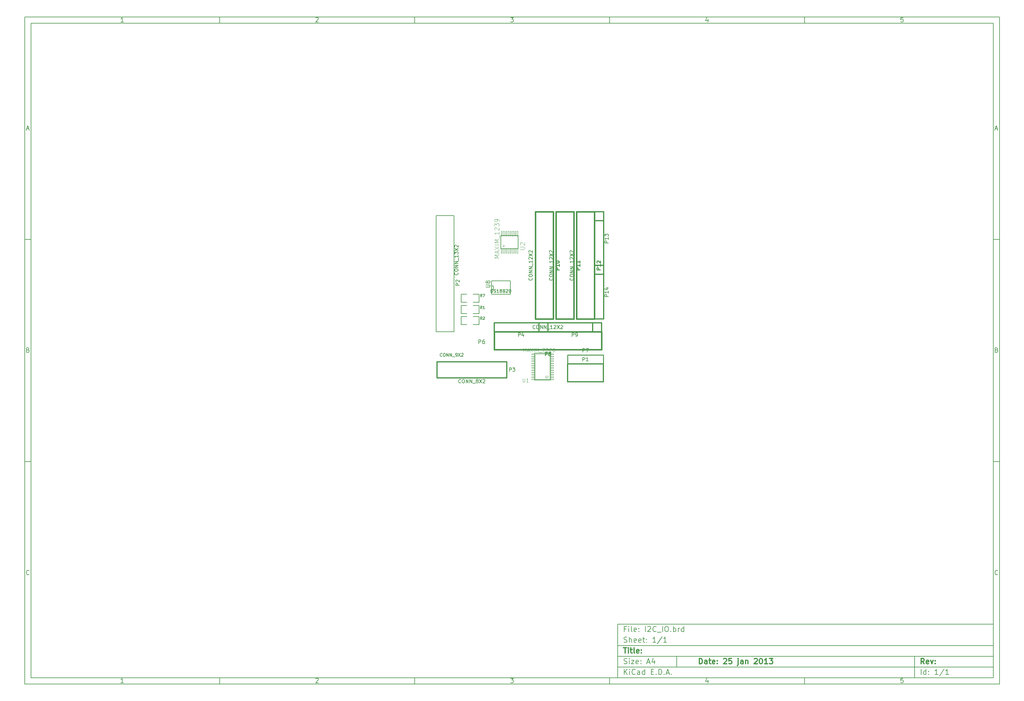
<source format=gto>
G04 (created by PCBNEW-RS274X (2012-apr-16-27)-stable) date Fri 25 Jan 2013 18:12:53 GMT*
G01*
G70*
G90*
%MOIN*%
G04 Gerber Fmt 3.4, Leading zero omitted, Abs format*
%FSLAX34Y34*%
G04 APERTURE LIST*
%ADD10C,0.006000*%
%ADD11C,0.012000*%
%ADD12C,0.005000*%
%ADD13C,0.008000*%
%ADD14C,0.010000*%
%ADD15C,0.015000*%
%ADD16C,0.002600*%
%ADD17C,0.000100*%
%ADD18C,0.002000*%
%ADD19C,0.003000*%
%ADD20C,0.003500*%
G04 APERTURE END LIST*
G54D10*
X04000Y-04000D02*
X113000Y-04000D01*
X113000Y-78670D01*
X04000Y-78670D01*
X04000Y-04000D01*
X04700Y-04700D02*
X112300Y-04700D01*
X112300Y-77970D01*
X04700Y-77970D01*
X04700Y-04700D01*
X25800Y-04000D02*
X25800Y-04700D01*
X15043Y-04552D02*
X14757Y-04552D01*
X14900Y-04552D02*
X14900Y-04052D01*
X14852Y-04124D01*
X14805Y-04171D01*
X14757Y-04195D01*
X25800Y-78670D02*
X25800Y-77970D01*
X15043Y-78522D02*
X14757Y-78522D01*
X14900Y-78522D02*
X14900Y-78022D01*
X14852Y-78094D01*
X14805Y-78141D01*
X14757Y-78165D01*
X47600Y-04000D02*
X47600Y-04700D01*
X36557Y-04100D02*
X36581Y-04076D01*
X36629Y-04052D01*
X36748Y-04052D01*
X36795Y-04076D01*
X36819Y-04100D01*
X36843Y-04148D01*
X36843Y-04195D01*
X36819Y-04267D01*
X36533Y-04552D01*
X36843Y-04552D01*
X47600Y-78670D02*
X47600Y-77970D01*
X36557Y-78070D02*
X36581Y-78046D01*
X36629Y-78022D01*
X36748Y-78022D01*
X36795Y-78046D01*
X36819Y-78070D01*
X36843Y-78118D01*
X36843Y-78165D01*
X36819Y-78237D01*
X36533Y-78522D01*
X36843Y-78522D01*
X69400Y-04000D02*
X69400Y-04700D01*
X58333Y-04052D02*
X58643Y-04052D01*
X58476Y-04243D01*
X58548Y-04243D01*
X58595Y-04267D01*
X58619Y-04290D01*
X58643Y-04338D01*
X58643Y-04457D01*
X58619Y-04505D01*
X58595Y-04529D01*
X58548Y-04552D01*
X58405Y-04552D01*
X58357Y-04529D01*
X58333Y-04505D01*
X69400Y-78670D02*
X69400Y-77970D01*
X58333Y-78022D02*
X58643Y-78022D01*
X58476Y-78213D01*
X58548Y-78213D01*
X58595Y-78237D01*
X58619Y-78260D01*
X58643Y-78308D01*
X58643Y-78427D01*
X58619Y-78475D01*
X58595Y-78499D01*
X58548Y-78522D01*
X58405Y-78522D01*
X58357Y-78499D01*
X58333Y-78475D01*
X91200Y-04000D02*
X91200Y-04700D01*
X80395Y-04219D02*
X80395Y-04552D01*
X80276Y-04029D02*
X80157Y-04386D01*
X80467Y-04386D01*
X91200Y-78670D02*
X91200Y-77970D01*
X80395Y-78189D02*
X80395Y-78522D01*
X80276Y-77999D02*
X80157Y-78356D01*
X80467Y-78356D01*
X102219Y-04052D02*
X101981Y-04052D01*
X101957Y-04290D01*
X101981Y-04267D01*
X102029Y-04243D01*
X102148Y-04243D01*
X102195Y-04267D01*
X102219Y-04290D01*
X102243Y-04338D01*
X102243Y-04457D01*
X102219Y-04505D01*
X102195Y-04529D01*
X102148Y-04552D01*
X102029Y-04552D01*
X101981Y-04529D01*
X101957Y-04505D01*
X102219Y-78022D02*
X101981Y-78022D01*
X101957Y-78260D01*
X101981Y-78237D01*
X102029Y-78213D01*
X102148Y-78213D01*
X102195Y-78237D01*
X102219Y-78260D01*
X102243Y-78308D01*
X102243Y-78427D01*
X102219Y-78475D01*
X102195Y-78499D01*
X102148Y-78522D01*
X102029Y-78522D01*
X101981Y-78499D01*
X101957Y-78475D01*
X04000Y-28890D02*
X04700Y-28890D01*
X04231Y-16510D02*
X04469Y-16510D01*
X04184Y-16652D02*
X04350Y-16152D01*
X04517Y-16652D01*
X113000Y-28890D02*
X112300Y-28890D01*
X112531Y-16510D02*
X112769Y-16510D01*
X112484Y-16652D02*
X112650Y-16152D01*
X112817Y-16652D01*
X04000Y-53780D02*
X04700Y-53780D01*
X04386Y-41280D02*
X04457Y-41304D01*
X04481Y-41328D01*
X04505Y-41376D01*
X04505Y-41447D01*
X04481Y-41495D01*
X04457Y-41519D01*
X04410Y-41542D01*
X04219Y-41542D01*
X04219Y-41042D01*
X04386Y-41042D01*
X04433Y-41066D01*
X04457Y-41090D01*
X04481Y-41138D01*
X04481Y-41185D01*
X04457Y-41233D01*
X04433Y-41257D01*
X04386Y-41280D01*
X04219Y-41280D01*
X113000Y-53780D02*
X112300Y-53780D01*
X112686Y-41280D02*
X112757Y-41304D01*
X112781Y-41328D01*
X112805Y-41376D01*
X112805Y-41447D01*
X112781Y-41495D01*
X112757Y-41519D01*
X112710Y-41542D01*
X112519Y-41542D01*
X112519Y-41042D01*
X112686Y-41042D01*
X112733Y-41066D01*
X112757Y-41090D01*
X112781Y-41138D01*
X112781Y-41185D01*
X112757Y-41233D01*
X112733Y-41257D01*
X112686Y-41280D01*
X112519Y-41280D01*
X04505Y-66385D02*
X04481Y-66409D01*
X04410Y-66432D01*
X04362Y-66432D01*
X04290Y-66409D01*
X04243Y-66361D01*
X04219Y-66313D01*
X04195Y-66218D01*
X04195Y-66147D01*
X04219Y-66051D01*
X04243Y-66004D01*
X04290Y-65956D01*
X04362Y-65932D01*
X04410Y-65932D01*
X04481Y-65956D01*
X04505Y-65980D01*
X112805Y-66385D02*
X112781Y-66409D01*
X112710Y-66432D01*
X112662Y-66432D01*
X112590Y-66409D01*
X112543Y-66361D01*
X112519Y-66313D01*
X112495Y-66218D01*
X112495Y-66147D01*
X112519Y-66051D01*
X112543Y-66004D01*
X112590Y-65956D01*
X112662Y-65932D01*
X112710Y-65932D01*
X112781Y-65956D01*
X112805Y-65980D01*
G54D11*
X79443Y-76413D02*
X79443Y-75813D01*
X79586Y-75813D01*
X79671Y-75841D01*
X79729Y-75899D01*
X79757Y-75956D01*
X79786Y-76070D01*
X79786Y-76156D01*
X79757Y-76270D01*
X79729Y-76327D01*
X79671Y-76384D01*
X79586Y-76413D01*
X79443Y-76413D01*
X80300Y-76413D02*
X80300Y-76099D01*
X80271Y-76041D01*
X80214Y-76013D01*
X80100Y-76013D01*
X80043Y-76041D01*
X80300Y-76384D02*
X80243Y-76413D01*
X80100Y-76413D01*
X80043Y-76384D01*
X80014Y-76327D01*
X80014Y-76270D01*
X80043Y-76213D01*
X80100Y-76184D01*
X80243Y-76184D01*
X80300Y-76156D01*
X80500Y-76013D02*
X80729Y-76013D01*
X80586Y-75813D02*
X80586Y-76327D01*
X80614Y-76384D01*
X80672Y-76413D01*
X80729Y-76413D01*
X81157Y-76384D02*
X81100Y-76413D01*
X80986Y-76413D01*
X80929Y-76384D01*
X80900Y-76327D01*
X80900Y-76099D01*
X80929Y-76041D01*
X80986Y-76013D01*
X81100Y-76013D01*
X81157Y-76041D01*
X81186Y-76099D01*
X81186Y-76156D01*
X80900Y-76213D01*
X81443Y-76356D02*
X81471Y-76384D01*
X81443Y-76413D01*
X81414Y-76384D01*
X81443Y-76356D01*
X81443Y-76413D01*
X81443Y-76041D02*
X81471Y-76070D01*
X81443Y-76099D01*
X81414Y-76070D01*
X81443Y-76041D01*
X81443Y-76099D01*
X82157Y-75870D02*
X82186Y-75841D01*
X82243Y-75813D01*
X82386Y-75813D01*
X82443Y-75841D01*
X82472Y-75870D01*
X82500Y-75927D01*
X82500Y-75984D01*
X82472Y-76070D01*
X82129Y-76413D01*
X82500Y-76413D01*
X83043Y-75813D02*
X82757Y-75813D01*
X82728Y-76099D01*
X82757Y-76070D01*
X82814Y-76041D01*
X82957Y-76041D01*
X83014Y-76070D01*
X83043Y-76099D01*
X83071Y-76156D01*
X83071Y-76299D01*
X83043Y-76356D01*
X83014Y-76384D01*
X82957Y-76413D01*
X82814Y-76413D01*
X82757Y-76384D01*
X82728Y-76356D01*
X83785Y-76013D02*
X83785Y-76527D01*
X83756Y-76584D01*
X83699Y-76613D01*
X83671Y-76613D01*
X83785Y-75813D02*
X83756Y-75841D01*
X83785Y-75870D01*
X83813Y-75841D01*
X83785Y-75813D01*
X83785Y-75870D01*
X84328Y-76413D02*
X84328Y-76099D01*
X84299Y-76041D01*
X84242Y-76013D01*
X84128Y-76013D01*
X84071Y-76041D01*
X84328Y-76384D02*
X84271Y-76413D01*
X84128Y-76413D01*
X84071Y-76384D01*
X84042Y-76327D01*
X84042Y-76270D01*
X84071Y-76213D01*
X84128Y-76184D01*
X84271Y-76184D01*
X84328Y-76156D01*
X84614Y-76013D02*
X84614Y-76413D01*
X84614Y-76070D02*
X84642Y-76041D01*
X84700Y-76013D01*
X84785Y-76013D01*
X84842Y-76041D01*
X84871Y-76099D01*
X84871Y-76413D01*
X85585Y-75870D02*
X85614Y-75841D01*
X85671Y-75813D01*
X85814Y-75813D01*
X85871Y-75841D01*
X85900Y-75870D01*
X85928Y-75927D01*
X85928Y-75984D01*
X85900Y-76070D01*
X85557Y-76413D01*
X85928Y-76413D01*
X86299Y-75813D02*
X86356Y-75813D01*
X86413Y-75841D01*
X86442Y-75870D01*
X86471Y-75927D01*
X86499Y-76041D01*
X86499Y-76184D01*
X86471Y-76299D01*
X86442Y-76356D01*
X86413Y-76384D01*
X86356Y-76413D01*
X86299Y-76413D01*
X86242Y-76384D01*
X86213Y-76356D01*
X86185Y-76299D01*
X86156Y-76184D01*
X86156Y-76041D01*
X86185Y-75927D01*
X86213Y-75870D01*
X86242Y-75841D01*
X86299Y-75813D01*
X87070Y-76413D02*
X86727Y-76413D01*
X86899Y-76413D02*
X86899Y-75813D01*
X86842Y-75899D01*
X86784Y-75956D01*
X86727Y-75984D01*
X87270Y-75813D02*
X87641Y-75813D01*
X87441Y-76041D01*
X87527Y-76041D01*
X87584Y-76070D01*
X87613Y-76099D01*
X87641Y-76156D01*
X87641Y-76299D01*
X87613Y-76356D01*
X87584Y-76384D01*
X87527Y-76413D01*
X87355Y-76413D01*
X87298Y-76384D01*
X87270Y-76356D01*
G54D10*
X71043Y-77613D02*
X71043Y-77013D01*
X71386Y-77613D02*
X71129Y-77270D01*
X71386Y-77013D02*
X71043Y-77356D01*
X71643Y-77613D02*
X71643Y-77213D01*
X71643Y-77013D02*
X71614Y-77041D01*
X71643Y-77070D01*
X71671Y-77041D01*
X71643Y-77013D01*
X71643Y-77070D01*
X72272Y-77556D02*
X72243Y-77584D01*
X72157Y-77613D01*
X72100Y-77613D01*
X72015Y-77584D01*
X71957Y-77527D01*
X71929Y-77470D01*
X71900Y-77356D01*
X71900Y-77270D01*
X71929Y-77156D01*
X71957Y-77099D01*
X72015Y-77041D01*
X72100Y-77013D01*
X72157Y-77013D01*
X72243Y-77041D01*
X72272Y-77070D01*
X72786Y-77613D02*
X72786Y-77299D01*
X72757Y-77241D01*
X72700Y-77213D01*
X72586Y-77213D01*
X72529Y-77241D01*
X72786Y-77584D02*
X72729Y-77613D01*
X72586Y-77613D01*
X72529Y-77584D01*
X72500Y-77527D01*
X72500Y-77470D01*
X72529Y-77413D01*
X72586Y-77384D01*
X72729Y-77384D01*
X72786Y-77356D01*
X73329Y-77613D02*
X73329Y-77013D01*
X73329Y-77584D02*
X73272Y-77613D01*
X73158Y-77613D01*
X73100Y-77584D01*
X73072Y-77556D01*
X73043Y-77499D01*
X73043Y-77327D01*
X73072Y-77270D01*
X73100Y-77241D01*
X73158Y-77213D01*
X73272Y-77213D01*
X73329Y-77241D01*
X74072Y-77299D02*
X74272Y-77299D01*
X74358Y-77613D02*
X74072Y-77613D01*
X74072Y-77013D01*
X74358Y-77013D01*
X74615Y-77556D02*
X74643Y-77584D01*
X74615Y-77613D01*
X74586Y-77584D01*
X74615Y-77556D01*
X74615Y-77613D01*
X74901Y-77613D02*
X74901Y-77013D01*
X75044Y-77013D01*
X75129Y-77041D01*
X75187Y-77099D01*
X75215Y-77156D01*
X75244Y-77270D01*
X75244Y-77356D01*
X75215Y-77470D01*
X75187Y-77527D01*
X75129Y-77584D01*
X75044Y-77613D01*
X74901Y-77613D01*
X75501Y-77556D02*
X75529Y-77584D01*
X75501Y-77613D01*
X75472Y-77584D01*
X75501Y-77556D01*
X75501Y-77613D01*
X75758Y-77441D02*
X76044Y-77441D01*
X75701Y-77613D02*
X75901Y-77013D01*
X76101Y-77613D01*
X76301Y-77556D02*
X76329Y-77584D01*
X76301Y-77613D01*
X76272Y-77584D01*
X76301Y-77556D01*
X76301Y-77613D01*
G54D11*
X104586Y-76413D02*
X104386Y-76127D01*
X104243Y-76413D02*
X104243Y-75813D01*
X104471Y-75813D01*
X104529Y-75841D01*
X104557Y-75870D01*
X104586Y-75927D01*
X104586Y-76013D01*
X104557Y-76070D01*
X104529Y-76099D01*
X104471Y-76127D01*
X104243Y-76127D01*
X105071Y-76384D02*
X105014Y-76413D01*
X104900Y-76413D01*
X104843Y-76384D01*
X104814Y-76327D01*
X104814Y-76099D01*
X104843Y-76041D01*
X104900Y-76013D01*
X105014Y-76013D01*
X105071Y-76041D01*
X105100Y-76099D01*
X105100Y-76156D01*
X104814Y-76213D01*
X105300Y-76013D02*
X105443Y-76413D01*
X105585Y-76013D01*
X105814Y-76356D02*
X105842Y-76384D01*
X105814Y-76413D01*
X105785Y-76384D01*
X105814Y-76356D01*
X105814Y-76413D01*
X105814Y-76041D02*
X105842Y-76070D01*
X105814Y-76099D01*
X105785Y-76070D01*
X105814Y-76041D01*
X105814Y-76099D01*
G54D10*
X71014Y-76384D02*
X71100Y-76413D01*
X71243Y-76413D01*
X71300Y-76384D01*
X71329Y-76356D01*
X71357Y-76299D01*
X71357Y-76241D01*
X71329Y-76184D01*
X71300Y-76156D01*
X71243Y-76127D01*
X71129Y-76099D01*
X71071Y-76070D01*
X71043Y-76041D01*
X71014Y-75984D01*
X71014Y-75927D01*
X71043Y-75870D01*
X71071Y-75841D01*
X71129Y-75813D01*
X71271Y-75813D01*
X71357Y-75841D01*
X71614Y-76413D02*
X71614Y-76013D01*
X71614Y-75813D02*
X71585Y-75841D01*
X71614Y-75870D01*
X71642Y-75841D01*
X71614Y-75813D01*
X71614Y-75870D01*
X71843Y-76013D02*
X72157Y-76013D01*
X71843Y-76413D01*
X72157Y-76413D01*
X72614Y-76384D02*
X72557Y-76413D01*
X72443Y-76413D01*
X72386Y-76384D01*
X72357Y-76327D01*
X72357Y-76099D01*
X72386Y-76041D01*
X72443Y-76013D01*
X72557Y-76013D01*
X72614Y-76041D01*
X72643Y-76099D01*
X72643Y-76156D01*
X72357Y-76213D01*
X72900Y-76356D02*
X72928Y-76384D01*
X72900Y-76413D01*
X72871Y-76384D01*
X72900Y-76356D01*
X72900Y-76413D01*
X72900Y-76041D02*
X72928Y-76070D01*
X72900Y-76099D01*
X72871Y-76070D01*
X72900Y-76041D01*
X72900Y-76099D01*
X73614Y-76241D02*
X73900Y-76241D01*
X73557Y-76413D02*
X73757Y-75813D01*
X73957Y-76413D01*
X74414Y-76013D02*
X74414Y-76413D01*
X74271Y-75784D02*
X74128Y-76213D01*
X74500Y-76213D01*
X104243Y-77613D02*
X104243Y-77013D01*
X104786Y-77613D02*
X104786Y-77013D01*
X104786Y-77584D02*
X104729Y-77613D01*
X104615Y-77613D01*
X104557Y-77584D01*
X104529Y-77556D01*
X104500Y-77499D01*
X104500Y-77327D01*
X104529Y-77270D01*
X104557Y-77241D01*
X104615Y-77213D01*
X104729Y-77213D01*
X104786Y-77241D01*
X105072Y-77556D02*
X105100Y-77584D01*
X105072Y-77613D01*
X105043Y-77584D01*
X105072Y-77556D01*
X105072Y-77613D01*
X105072Y-77241D02*
X105100Y-77270D01*
X105072Y-77299D01*
X105043Y-77270D01*
X105072Y-77241D01*
X105072Y-77299D01*
X106129Y-77613D02*
X105786Y-77613D01*
X105958Y-77613D02*
X105958Y-77013D01*
X105901Y-77099D01*
X105843Y-77156D01*
X105786Y-77184D01*
X106814Y-76984D02*
X106300Y-77756D01*
X107329Y-77613D02*
X106986Y-77613D01*
X107158Y-77613D02*
X107158Y-77013D01*
X107101Y-77099D01*
X107043Y-77156D01*
X106986Y-77184D01*
G54D11*
X70957Y-74613D02*
X71300Y-74613D01*
X71129Y-75213D02*
X71129Y-74613D01*
X71500Y-75213D02*
X71500Y-74813D01*
X71500Y-74613D02*
X71471Y-74641D01*
X71500Y-74670D01*
X71528Y-74641D01*
X71500Y-74613D01*
X71500Y-74670D01*
X71700Y-74813D02*
X71929Y-74813D01*
X71786Y-74613D02*
X71786Y-75127D01*
X71814Y-75184D01*
X71872Y-75213D01*
X71929Y-75213D01*
X72215Y-75213D02*
X72157Y-75184D01*
X72129Y-75127D01*
X72129Y-74613D01*
X72671Y-75184D02*
X72614Y-75213D01*
X72500Y-75213D01*
X72443Y-75184D01*
X72414Y-75127D01*
X72414Y-74899D01*
X72443Y-74841D01*
X72500Y-74813D01*
X72614Y-74813D01*
X72671Y-74841D01*
X72700Y-74899D01*
X72700Y-74956D01*
X72414Y-75013D01*
X72957Y-75156D02*
X72985Y-75184D01*
X72957Y-75213D01*
X72928Y-75184D01*
X72957Y-75156D01*
X72957Y-75213D01*
X72957Y-74841D02*
X72985Y-74870D01*
X72957Y-74899D01*
X72928Y-74870D01*
X72957Y-74841D01*
X72957Y-74899D01*
G54D10*
X71243Y-72499D02*
X71043Y-72499D01*
X71043Y-72813D02*
X71043Y-72213D01*
X71329Y-72213D01*
X71557Y-72813D02*
X71557Y-72413D01*
X71557Y-72213D02*
X71528Y-72241D01*
X71557Y-72270D01*
X71585Y-72241D01*
X71557Y-72213D01*
X71557Y-72270D01*
X71929Y-72813D02*
X71871Y-72784D01*
X71843Y-72727D01*
X71843Y-72213D01*
X72385Y-72784D02*
X72328Y-72813D01*
X72214Y-72813D01*
X72157Y-72784D01*
X72128Y-72727D01*
X72128Y-72499D01*
X72157Y-72441D01*
X72214Y-72413D01*
X72328Y-72413D01*
X72385Y-72441D01*
X72414Y-72499D01*
X72414Y-72556D01*
X72128Y-72613D01*
X72671Y-72756D02*
X72699Y-72784D01*
X72671Y-72813D01*
X72642Y-72784D01*
X72671Y-72756D01*
X72671Y-72813D01*
X72671Y-72441D02*
X72699Y-72470D01*
X72671Y-72499D01*
X72642Y-72470D01*
X72671Y-72441D01*
X72671Y-72499D01*
X73414Y-72813D02*
X73414Y-72213D01*
X73671Y-72270D02*
X73700Y-72241D01*
X73757Y-72213D01*
X73900Y-72213D01*
X73957Y-72241D01*
X73986Y-72270D01*
X74014Y-72327D01*
X74014Y-72384D01*
X73986Y-72470D01*
X73643Y-72813D01*
X74014Y-72813D01*
X74614Y-72756D02*
X74585Y-72784D01*
X74499Y-72813D01*
X74442Y-72813D01*
X74357Y-72784D01*
X74299Y-72727D01*
X74271Y-72670D01*
X74242Y-72556D01*
X74242Y-72470D01*
X74271Y-72356D01*
X74299Y-72299D01*
X74357Y-72241D01*
X74442Y-72213D01*
X74499Y-72213D01*
X74585Y-72241D01*
X74614Y-72270D01*
X74728Y-72870D02*
X75185Y-72870D01*
X75328Y-72813D02*
X75328Y-72213D01*
X75728Y-72213D02*
X75842Y-72213D01*
X75900Y-72241D01*
X75957Y-72299D01*
X75985Y-72413D01*
X75985Y-72613D01*
X75957Y-72727D01*
X75900Y-72784D01*
X75842Y-72813D01*
X75728Y-72813D01*
X75671Y-72784D01*
X75614Y-72727D01*
X75585Y-72613D01*
X75585Y-72413D01*
X75614Y-72299D01*
X75671Y-72241D01*
X75728Y-72213D01*
X76243Y-72756D02*
X76271Y-72784D01*
X76243Y-72813D01*
X76214Y-72784D01*
X76243Y-72756D01*
X76243Y-72813D01*
X76529Y-72813D02*
X76529Y-72213D01*
X76529Y-72441D02*
X76586Y-72413D01*
X76700Y-72413D01*
X76757Y-72441D01*
X76786Y-72470D01*
X76815Y-72527D01*
X76815Y-72699D01*
X76786Y-72756D01*
X76757Y-72784D01*
X76700Y-72813D01*
X76586Y-72813D01*
X76529Y-72784D01*
X77072Y-72813D02*
X77072Y-72413D01*
X77072Y-72527D02*
X77100Y-72470D01*
X77129Y-72441D01*
X77186Y-72413D01*
X77243Y-72413D01*
X77700Y-72813D02*
X77700Y-72213D01*
X77700Y-72784D02*
X77643Y-72813D01*
X77529Y-72813D01*
X77471Y-72784D01*
X77443Y-72756D01*
X77414Y-72699D01*
X77414Y-72527D01*
X77443Y-72470D01*
X77471Y-72441D01*
X77529Y-72413D01*
X77643Y-72413D01*
X77700Y-72441D01*
X71014Y-73984D02*
X71100Y-74013D01*
X71243Y-74013D01*
X71300Y-73984D01*
X71329Y-73956D01*
X71357Y-73899D01*
X71357Y-73841D01*
X71329Y-73784D01*
X71300Y-73756D01*
X71243Y-73727D01*
X71129Y-73699D01*
X71071Y-73670D01*
X71043Y-73641D01*
X71014Y-73584D01*
X71014Y-73527D01*
X71043Y-73470D01*
X71071Y-73441D01*
X71129Y-73413D01*
X71271Y-73413D01*
X71357Y-73441D01*
X71614Y-74013D02*
X71614Y-73413D01*
X71871Y-74013D02*
X71871Y-73699D01*
X71842Y-73641D01*
X71785Y-73613D01*
X71700Y-73613D01*
X71642Y-73641D01*
X71614Y-73670D01*
X72385Y-73984D02*
X72328Y-74013D01*
X72214Y-74013D01*
X72157Y-73984D01*
X72128Y-73927D01*
X72128Y-73699D01*
X72157Y-73641D01*
X72214Y-73613D01*
X72328Y-73613D01*
X72385Y-73641D01*
X72414Y-73699D01*
X72414Y-73756D01*
X72128Y-73813D01*
X72899Y-73984D02*
X72842Y-74013D01*
X72728Y-74013D01*
X72671Y-73984D01*
X72642Y-73927D01*
X72642Y-73699D01*
X72671Y-73641D01*
X72728Y-73613D01*
X72842Y-73613D01*
X72899Y-73641D01*
X72928Y-73699D01*
X72928Y-73756D01*
X72642Y-73813D01*
X73099Y-73613D02*
X73328Y-73613D01*
X73185Y-73413D02*
X73185Y-73927D01*
X73213Y-73984D01*
X73271Y-74013D01*
X73328Y-74013D01*
X73528Y-73956D02*
X73556Y-73984D01*
X73528Y-74013D01*
X73499Y-73984D01*
X73528Y-73956D01*
X73528Y-74013D01*
X73528Y-73641D02*
X73556Y-73670D01*
X73528Y-73699D01*
X73499Y-73670D01*
X73528Y-73641D01*
X73528Y-73699D01*
X74585Y-74013D02*
X74242Y-74013D01*
X74414Y-74013D02*
X74414Y-73413D01*
X74357Y-73499D01*
X74299Y-73556D01*
X74242Y-73584D01*
X75270Y-73384D02*
X74756Y-74156D01*
X75785Y-74013D02*
X75442Y-74013D01*
X75614Y-74013D02*
X75614Y-73413D01*
X75557Y-73499D01*
X75499Y-73556D01*
X75442Y-73584D01*
X70300Y-71970D02*
X70300Y-77970D01*
X70300Y-71970D02*
X112300Y-71970D01*
X70300Y-71970D02*
X112300Y-71970D01*
X70300Y-74370D02*
X112300Y-74370D01*
X103500Y-75570D02*
X103500Y-77970D01*
X70300Y-76770D02*
X112300Y-76770D01*
X70300Y-75570D02*
X112300Y-75570D01*
X76900Y-75570D02*
X76900Y-76770D01*
G54D11*
X50100Y-44400D02*
X50100Y-42600D01*
X50100Y-42600D02*
X57900Y-42600D01*
X57900Y-42600D02*
X57900Y-44400D01*
X57900Y-44400D02*
X50100Y-44400D01*
G54D12*
X54800Y-35950D02*
X54800Y-35050D01*
X54800Y-35050D02*
X54150Y-35050D01*
X53450Y-35950D02*
X52800Y-35950D01*
X52800Y-35950D02*
X52800Y-35050D01*
X52800Y-35050D02*
X53450Y-35050D01*
X54150Y-35950D02*
X54800Y-35950D01*
X54800Y-38450D02*
X54800Y-37550D01*
X54800Y-37550D02*
X54150Y-37550D01*
X53450Y-38450D02*
X52800Y-38450D01*
X52800Y-38450D02*
X52800Y-37550D01*
X52800Y-37550D02*
X53450Y-37550D01*
X54150Y-38450D02*
X54800Y-38450D01*
X54800Y-37200D02*
X54800Y-36300D01*
X54800Y-36300D02*
X54150Y-36300D01*
X53450Y-37200D02*
X52800Y-37200D01*
X52800Y-37200D02*
X52800Y-36300D01*
X52800Y-36300D02*
X53450Y-36300D01*
X54150Y-37200D02*
X54800Y-37200D01*
G54D13*
X52000Y-39250D02*
X52000Y-26250D01*
X50000Y-26250D02*
X50000Y-39250D01*
X50000Y-39250D02*
X52000Y-39250D01*
X52000Y-26250D02*
X50000Y-26250D01*
G54D12*
X56200Y-35000D02*
X56200Y-35050D01*
X56200Y-35050D02*
X58300Y-35050D01*
X58300Y-33550D02*
X56200Y-33550D01*
X56200Y-33550D02*
X56200Y-35000D01*
X56200Y-34100D02*
X56400Y-34100D01*
X56400Y-34100D02*
X56400Y-34500D01*
X56400Y-34500D02*
X56200Y-34500D01*
X58300Y-33550D02*
X58300Y-35050D01*
G54D14*
X68700Y-42850D02*
X64700Y-42850D01*
X68700Y-41850D02*
X64700Y-41850D01*
X64700Y-41850D02*
X64700Y-42850D01*
X68700Y-42850D02*
X68700Y-41850D01*
G54D15*
X68500Y-41250D02*
X68500Y-39250D01*
X68500Y-39250D02*
X56500Y-39250D01*
X56500Y-39250D02*
X56500Y-41250D01*
X56500Y-41250D02*
X68500Y-41250D01*
X63100Y-25800D02*
X61100Y-25800D01*
X61100Y-25800D02*
X61100Y-37800D01*
X61100Y-37800D02*
X63100Y-37800D01*
X63100Y-37800D02*
X63100Y-25800D01*
X65400Y-25800D02*
X63400Y-25800D01*
X63400Y-25800D02*
X63400Y-37800D01*
X63400Y-37800D02*
X65400Y-37800D01*
X65400Y-37800D02*
X65400Y-25800D01*
X67700Y-25800D02*
X65700Y-25800D01*
X65700Y-25800D02*
X65700Y-37800D01*
X65700Y-37800D02*
X67700Y-37800D01*
X67700Y-37800D02*
X67700Y-25800D01*
G54D16*
X57266Y-30420D02*
X57385Y-30420D01*
X57385Y-30420D02*
X57385Y-29908D01*
X57266Y-29908D02*
X57385Y-29908D01*
X57266Y-30420D02*
X57266Y-29908D01*
X57516Y-30420D02*
X57635Y-30420D01*
X57635Y-30420D02*
X57635Y-29908D01*
X57516Y-29908D02*
X57635Y-29908D01*
X57516Y-30420D02*
X57516Y-29908D01*
X57766Y-30420D02*
X57885Y-30420D01*
X57885Y-30420D02*
X57885Y-29908D01*
X57766Y-29908D02*
X57885Y-29908D01*
X57766Y-30420D02*
X57766Y-29908D01*
X58016Y-30420D02*
X58135Y-30420D01*
X58135Y-30420D02*
X58135Y-29908D01*
X58016Y-29908D02*
X58135Y-29908D01*
X58016Y-30420D02*
X58016Y-29908D01*
X58265Y-30420D02*
X58384Y-30420D01*
X58384Y-30420D02*
X58384Y-29908D01*
X58265Y-29908D02*
X58384Y-29908D01*
X58265Y-30420D02*
X58265Y-29908D01*
X58515Y-30420D02*
X58634Y-30420D01*
X58634Y-30420D02*
X58634Y-29908D01*
X58515Y-29908D02*
X58634Y-29908D01*
X58515Y-30420D02*
X58515Y-29908D01*
X58765Y-30420D02*
X58884Y-30420D01*
X58884Y-30420D02*
X58884Y-29908D01*
X58765Y-29908D02*
X58884Y-29908D01*
X58765Y-30420D02*
X58765Y-29908D01*
X59015Y-30420D02*
X59134Y-30420D01*
X59134Y-30420D02*
X59134Y-29908D01*
X59015Y-29908D02*
X59134Y-29908D01*
X59015Y-30420D02*
X59015Y-29908D01*
X59015Y-28492D02*
X59134Y-28492D01*
X59134Y-28492D02*
X59134Y-27980D01*
X59015Y-27980D02*
X59134Y-27980D01*
X59015Y-28492D02*
X59015Y-27980D01*
X58765Y-28492D02*
X58884Y-28492D01*
X58884Y-28492D02*
X58884Y-27980D01*
X58765Y-27980D02*
X58884Y-27980D01*
X58765Y-28492D02*
X58765Y-27980D01*
X58515Y-28492D02*
X58634Y-28492D01*
X58634Y-28492D02*
X58634Y-27980D01*
X58515Y-27980D02*
X58634Y-27980D01*
X58515Y-28492D02*
X58515Y-27980D01*
X58265Y-28492D02*
X58384Y-28492D01*
X58384Y-28492D02*
X58384Y-27980D01*
X58265Y-27980D02*
X58384Y-27980D01*
X58265Y-28492D02*
X58265Y-27980D01*
X58016Y-28492D02*
X58135Y-28492D01*
X58135Y-28492D02*
X58135Y-27980D01*
X58016Y-27980D02*
X58135Y-27980D01*
X58016Y-28492D02*
X58016Y-27980D01*
X57766Y-28492D02*
X57885Y-28492D01*
X57885Y-28492D02*
X57885Y-27980D01*
X57766Y-27980D02*
X57885Y-27980D01*
X57766Y-28492D02*
X57766Y-27980D01*
X57516Y-28492D02*
X57635Y-28492D01*
X57635Y-28492D02*
X57635Y-27980D01*
X57516Y-27980D02*
X57635Y-27980D01*
X57516Y-28492D02*
X57516Y-27980D01*
X57266Y-28492D02*
X57385Y-28492D01*
X57385Y-28492D02*
X57385Y-27980D01*
X57266Y-27980D02*
X57385Y-27980D01*
X57266Y-28492D02*
X57266Y-27980D01*
G54D13*
X57228Y-29928D02*
X57228Y-28472D01*
X59172Y-28472D02*
X59172Y-29928D01*
X57228Y-29928D02*
X59172Y-29928D01*
X59172Y-28472D02*
X57228Y-28472D01*
G54D17*
X57634Y-29613D02*
X57632Y-29629D01*
X57627Y-29644D01*
X57620Y-29658D01*
X57609Y-29671D01*
X57597Y-29681D01*
X57583Y-29689D01*
X57567Y-29694D01*
X57551Y-29695D01*
X57536Y-29694D01*
X57520Y-29689D01*
X57506Y-29682D01*
X57493Y-29672D01*
X57483Y-29659D01*
X57475Y-29645D01*
X57470Y-29630D01*
X57469Y-29614D01*
X57470Y-29599D01*
X57474Y-29583D01*
X57482Y-29569D01*
X57492Y-29556D01*
X57504Y-29545D01*
X57518Y-29537D01*
X57534Y-29532D01*
X57550Y-29531D01*
X57565Y-29532D01*
X57581Y-29536D01*
X57595Y-29543D01*
X57608Y-29553D01*
X57618Y-29566D01*
X57626Y-29580D01*
X57631Y-29595D01*
X57633Y-29611D01*
X57634Y-29613D01*
G54D16*
X63128Y-44597D02*
X63128Y-44517D01*
X63128Y-44517D02*
X62798Y-44517D01*
X62798Y-44597D02*
X62798Y-44517D01*
X63128Y-44597D02*
X62798Y-44597D01*
X63128Y-44341D02*
X63128Y-44261D01*
X63128Y-44261D02*
X62798Y-44261D01*
X62798Y-44341D02*
X62798Y-44261D01*
X63128Y-44341D02*
X62798Y-44341D01*
X63128Y-44085D02*
X63128Y-44005D01*
X63128Y-44005D02*
X62798Y-44005D01*
X62798Y-44085D02*
X62798Y-44005D01*
X63128Y-44085D02*
X62798Y-44085D01*
X63128Y-43829D02*
X63128Y-43749D01*
X63128Y-43749D02*
X62798Y-43749D01*
X62798Y-43829D02*
X62798Y-43749D01*
X63128Y-43829D02*
X62798Y-43829D01*
X63128Y-43573D02*
X63128Y-43493D01*
X63128Y-43493D02*
X62798Y-43493D01*
X62798Y-43573D02*
X62798Y-43493D01*
X63128Y-43573D02*
X62798Y-43573D01*
X63128Y-43317D02*
X63128Y-43237D01*
X63128Y-43237D02*
X62798Y-43237D01*
X62798Y-43317D02*
X62798Y-43237D01*
X63128Y-43317D02*
X62798Y-43317D01*
X63128Y-43063D02*
X63128Y-42983D01*
X63128Y-42983D02*
X62798Y-42983D01*
X62798Y-43063D02*
X62798Y-42983D01*
X63128Y-43063D02*
X62798Y-43063D01*
X63128Y-42807D02*
X63128Y-42727D01*
X63128Y-42727D02*
X62798Y-42727D01*
X62798Y-42807D02*
X62798Y-42727D01*
X63128Y-42807D02*
X62798Y-42807D01*
X63128Y-42551D02*
X63128Y-42471D01*
X63128Y-42471D02*
X62798Y-42471D01*
X62798Y-42551D02*
X62798Y-42471D01*
X63128Y-42551D02*
X62798Y-42551D01*
X63128Y-42295D02*
X63128Y-42215D01*
X63128Y-42215D02*
X62798Y-42215D01*
X62798Y-42295D02*
X62798Y-42215D01*
X63128Y-42295D02*
X62798Y-42295D01*
X63128Y-42039D02*
X63128Y-41959D01*
X63128Y-41959D02*
X62798Y-41959D01*
X62798Y-42039D02*
X62798Y-41959D01*
X63128Y-42039D02*
X62798Y-42039D01*
X63128Y-41783D02*
X63128Y-41703D01*
X63128Y-41703D02*
X62798Y-41703D01*
X62798Y-41783D02*
X62798Y-41703D01*
X63128Y-41783D02*
X62798Y-41783D01*
X61002Y-41783D02*
X61002Y-41703D01*
X61002Y-41703D02*
X60672Y-41703D01*
X60672Y-41783D02*
X60672Y-41703D01*
X61002Y-41783D02*
X60672Y-41783D01*
X61002Y-42039D02*
X61002Y-41959D01*
X61002Y-41959D02*
X60672Y-41959D01*
X60672Y-42039D02*
X60672Y-41959D01*
X61002Y-42039D02*
X60672Y-42039D01*
X61002Y-42295D02*
X61002Y-42215D01*
X61002Y-42215D02*
X60672Y-42215D01*
X60672Y-42295D02*
X60672Y-42215D01*
X61002Y-42295D02*
X60672Y-42295D01*
X61002Y-42551D02*
X61002Y-42471D01*
X61002Y-42471D02*
X60672Y-42471D01*
X60672Y-42551D02*
X60672Y-42471D01*
X61002Y-42551D02*
X60672Y-42551D01*
X61002Y-42807D02*
X61002Y-42727D01*
X61002Y-42727D02*
X60672Y-42727D01*
X60672Y-42807D02*
X60672Y-42727D01*
X61002Y-42807D02*
X60672Y-42807D01*
X61002Y-43063D02*
X61002Y-42983D01*
X61002Y-42983D02*
X60672Y-42983D01*
X60672Y-43063D02*
X60672Y-42983D01*
X61002Y-43063D02*
X60672Y-43063D01*
X61002Y-43317D02*
X61002Y-43237D01*
X61002Y-43237D02*
X60672Y-43237D01*
X60672Y-43317D02*
X60672Y-43237D01*
X61002Y-43317D02*
X60672Y-43317D01*
X61002Y-43573D02*
X61002Y-43493D01*
X61002Y-43493D02*
X60672Y-43493D01*
X60672Y-43573D02*
X60672Y-43493D01*
X61002Y-43573D02*
X60672Y-43573D01*
X61002Y-43829D02*
X61002Y-43749D01*
X61002Y-43749D02*
X60672Y-43749D01*
X60672Y-43829D02*
X60672Y-43749D01*
X61002Y-43829D02*
X60672Y-43829D01*
X61002Y-44085D02*
X61002Y-44005D01*
X61002Y-44005D02*
X60672Y-44005D01*
X60672Y-44085D02*
X60672Y-44005D01*
X61002Y-44085D02*
X60672Y-44085D01*
X61002Y-44341D02*
X61002Y-44261D01*
X61002Y-44261D02*
X60672Y-44261D01*
X60672Y-44341D02*
X60672Y-44261D01*
X61002Y-44341D02*
X60672Y-44341D01*
X61002Y-44597D02*
X61002Y-44517D01*
X61002Y-44517D02*
X60672Y-44517D01*
X60672Y-44597D02*
X60672Y-44517D01*
X61002Y-44597D02*
X60672Y-44597D01*
G54D10*
X62798Y-44651D02*
X62798Y-41649D01*
X61002Y-41649D02*
X62798Y-41649D01*
X61002Y-41649D02*
X61002Y-44651D01*
X62798Y-44651D02*
X61002Y-44651D01*
G54D18*
X62708Y-44561D02*
X62708Y-41739D01*
X61092Y-41739D02*
X62708Y-41739D01*
X61092Y-41739D02*
X61092Y-44561D01*
X62708Y-44561D02*
X61092Y-44561D01*
G54D19*
X62507Y-44301D02*
X62504Y-44325D01*
X62497Y-44349D01*
X62485Y-44371D01*
X62470Y-44390D01*
X62451Y-44406D01*
X62429Y-44418D01*
X62405Y-44425D01*
X62380Y-44427D01*
X62357Y-44425D01*
X62333Y-44418D01*
X62311Y-44407D01*
X62292Y-44391D01*
X62276Y-44372D01*
X62264Y-44351D01*
X62256Y-44327D01*
X62254Y-44302D01*
X62256Y-44279D01*
X62262Y-44255D01*
X62274Y-44233D01*
X62289Y-44213D01*
X62308Y-44197D01*
X62330Y-44185D01*
X62353Y-44177D01*
X62378Y-44175D01*
X62402Y-44176D01*
X62425Y-44183D01*
X62448Y-44194D01*
X62467Y-44210D01*
X62483Y-44228D01*
X62496Y-44250D01*
X62503Y-44273D01*
X62506Y-44298D01*
X62507Y-44301D01*
G54D11*
X68500Y-38250D02*
X68500Y-39250D01*
X68500Y-39250D02*
X62500Y-39250D01*
X62500Y-39250D02*
X62500Y-38250D01*
X62500Y-38250D02*
X68500Y-38250D01*
X67500Y-38250D02*
X67500Y-39250D01*
X67750Y-31800D02*
X68750Y-31800D01*
X68750Y-31800D02*
X68750Y-37800D01*
X68750Y-37800D02*
X67750Y-37800D01*
X67750Y-37800D02*
X67750Y-31800D01*
X67750Y-32800D02*
X68750Y-32800D01*
X64700Y-42850D02*
X68700Y-42850D01*
X68700Y-42850D02*
X68700Y-44850D01*
X68700Y-44850D02*
X64700Y-44850D01*
X64700Y-44850D02*
X64700Y-42850D01*
X62500Y-38250D02*
X62500Y-39250D01*
X62500Y-39250D02*
X56500Y-39250D01*
X56500Y-39250D02*
X56500Y-38250D01*
X56500Y-38250D02*
X62500Y-38250D01*
X61500Y-38250D02*
X61500Y-39250D01*
X67750Y-25800D02*
X68750Y-25800D01*
X68750Y-25800D02*
X68750Y-31800D01*
X68750Y-31800D02*
X67750Y-31800D01*
X67750Y-31800D02*
X67750Y-25800D01*
X67750Y-26800D02*
X68750Y-26800D01*
G54D13*
X58205Y-43662D02*
X58205Y-43262D01*
X58358Y-43262D01*
X58396Y-43281D01*
X58415Y-43300D01*
X58434Y-43338D01*
X58434Y-43395D01*
X58415Y-43433D01*
X58396Y-43452D01*
X58358Y-43471D01*
X58205Y-43471D01*
X58567Y-43262D02*
X58815Y-43262D01*
X58681Y-43414D01*
X58739Y-43414D01*
X58777Y-43433D01*
X58796Y-43452D01*
X58815Y-43490D01*
X58815Y-43586D01*
X58796Y-43624D01*
X58777Y-43643D01*
X58739Y-43662D01*
X58624Y-43662D01*
X58586Y-43643D01*
X58567Y-43624D01*
X52772Y-44924D02*
X52753Y-44943D01*
X52696Y-44962D01*
X52658Y-44962D01*
X52600Y-44943D01*
X52562Y-44905D01*
X52543Y-44867D01*
X52524Y-44790D01*
X52524Y-44733D01*
X52543Y-44657D01*
X52562Y-44619D01*
X52600Y-44581D01*
X52658Y-44562D01*
X52696Y-44562D01*
X52753Y-44581D01*
X52772Y-44600D01*
X53019Y-44562D02*
X53096Y-44562D01*
X53134Y-44581D01*
X53172Y-44619D01*
X53191Y-44695D01*
X53191Y-44829D01*
X53172Y-44905D01*
X53134Y-44943D01*
X53096Y-44962D01*
X53019Y-44962D01*
X52981Y-44943D01*
X52943Y-44905D01*
X52924Y-44829D01*
X52924Y-44695D01*
X52943Y-44619D01*
X52981Y-44581D01*
X53019Y-44562D01*
X53362Y-44962D02*
X53362Y-44562D01*
X53591Y-44962D01*
X53591Y-44562D01*
X53781Y-44962D02*
X53781Y-44562D01*
X54010Y-44962D01*
X54010Y-44562D01*
X54105Y-45000D02*
X54410Y-45000D01*
X54562Y-44733D02*
X54524Y-44714D01*
X54505Y-44695D01*
X54486Y-44657D01*
X54486Y-44638D01*
X54505Y-44600D01*
X54524Y-44581D01*
X54562Y-44562D01*
X54639Y-44562D01*
X54677Y-44581D01*
X54696Y-44600D01*
X54715Y-44638D01*
X54715Y-44657D01*
X54696Y-44695D01*
X54677Y-44714D01*
X54639Y-44733D01*
X54562Y-44733D01*
X54524Y-44752D01*
X54505Y-44771D01*
X54486Y-44810D01*
X54486Y-44886D01*
X54505Y-44924D01*
X54524Y-44943D01*
X54562Y-44962D01*
X54639Y-44962D01*
X54677Y-44943D01*
X54696Y-44924D01*
X54715Y-44886D01*
X54715Y-44810D01*
X54696Y-44771D01*
X54677Y-44752D01*
X54639Y-44733D01*
X54848Y-44562D02*
X55115Y-44962D01*
X55115Y-44562D02*
X54848Y-44962D01*
X55248Y-44600D02*
X55267Y-44581D01*
X55305Y-44562D01*
X55401Y-44562D01*
X55439Y-44581D01*
X55458Y-44600D01*
X55477Y-44638D01*
X55477Y-44676D01*
X55458Y-44733D01*
X55229Y-44962D01*
X55477Y-44962D01*
G54D12*
X55150Y-35321D02*
X55050Y-35179D01*
X54978Y-35321D02*
X54978Y-35021D01*
X55093Y-35021D01*
X55121Y-35036D01*
X55136Y-35050D01*
X55150Y-35079D01*
X55150Y-35121D01*
X55136Y-35150D01*
X55121Y-35164D01*
X55093Y-35179D01*
X54978Y-35179D01*
X55250Y-35021D02*
X55450Y-35021D01*
X55321Y-35321D01*
X55150Y-37871D02*
X55050Y-37729D01*
X54978Y-37871D02*
X54978Y-37571D01*
X55093Y-37571D01*
X55121Y-37586D01*
X55136Y-37600D01*
X55150Y-37629D01*
X55150Y-37671D01*
X55136Y-37700D01*
X55121Y-37714D01*
X55093Y-37729D01*
X54978Y-37729D01*
X55264Y-37600D02*
X55278Y-37586D01*
X55307Y-37571D01*
X55378Y-37571D01*
X55407Y-37586D01*
X55421Y-37600D01*
X55436Y-37629D01*
X55436Y-37657D01*
X55421Y-37700D01*
X55250Y-37871D01*
X55436Y-37871D01*
X55150Y-36671D02*
X55050Y-36529D01*
X54978Y-36671D02*
X54978Y-36371D01*
X55093Y-36371D01*
X55121Y-36386D01*
X55136Y-36400D01*
X55150Y-36429D01*
X55150Y-36471D01*
X55136Y-36500D01*
X55121Y-36514D01*
X55093Y-36529D01*
X54978Y-36529D01*
X55436Y-36671D02*
X55264Y-36671D01*
X55350Y-36671D02*
X55350Y-36371D01*
X55321Y-36414D01*
X55293Y-36443D01*
X55264Y-36457D01*
G54D13*
X52612Y-34045D02*
X52212Y-34045D01*
X52212Y-33892D01*
X52231Y-33854D01*
X52250Y-33835D01*
X52288Y-33816D01*
X52345Y-33816D01*
X52383Y-33835D01*
X52402Y-33854D01*
X52421Y-33892D01*
X52421Y-34045D01*
X52250Y-33664D02*
X52231Y-33645D01*
X52212Y-33607D01*
X52212Y-33511D01*
X52231Y-33473D01*
X52250Y-33454D01*
X52288Y-33435D01*
X52326Y-33435D01*
X52383Y-33454D01*
X52612Y-33683D01*
X52612Y-33435D01*
X52424Y-32619D02*
X52443Y-32638D01*
X52462Y-32695D01*
X52462Y-32733D01*
X52443Y-32791D01*
X52405Y-32829D01*
X52367Y-32848D01*
X52290Y-32867D01*
X52233Y-32867D01*
X52157Y-32848D01*
X52119Y-32829D01*
X52081Y-32791D01*
X52062Y-32733D01*
X52062Y-32695D01*
X52081Y-32638D01*
X52100Y-32619D01*
X52062Y-32372D02*
X52062Y-32295D01*
X52081Y-32257D01*
X52119Y-32219D01*
X52195Y-32200D01*
X52329Y-32200D01*
X52405Y-32219D01*
X52443Y-32257D01*
X52462Y-32295D01*
X52462Y-32372D01*
X52443Y-32410D01*
X52405Y-32448D01*
X52329Y-32467D01*
X52195Y-32467D01*
X52119Y-32448D01*
X52081Y-32410D01*
X52062Y-32372D01*
X52462Y-32029D02*
X52062Y-32029D01*
X52462Y-31800D01*
X52062Y-31800D01*
X52462Y-31610D02*
X52062Y-31610D01*
X52462Y-31381D01*
X52062Y-31381D01*
X52500Y-31286D02*
X52500Y-30981D01*
X52462Y-30676D02*
X52462Y-30905D01*
X52462Y-30791D02*
X52062Y-30791D01*
X52119Y-30829D01*
X52157Y-30867D01*
X52176Y-30905D01*
X52062Y-30543D02*
X52062Y-30295D01*
X52214Y-30429D01*
X52214Y-30371D01*
X52233Y-30333D01*
X52252Y-30314D01*
X52290Y-30295D01*
X52386Y-30295D01*
X52424Y-30314D01*
X52443Y-30333D01*
X52462Y-30371D01*
X52462Y-30486D01*
X52443Y-30524D01*
X52424Y-30543D01*
X52062Y-30162D02*
X52462Y-29895D01*
X52062Y-29895D02*
X52462Y-30162D01*
X52100Y-29762D02*
X52081Y-29743D01*
X52062Y-29705D01*
X52062Y-29609D01*
X52081Y-29571D01*
X52100Y-29552D01*
X52138Y-29533D01*
X52176Y-29533D01*
X52233Y-29552D01*
X52462Y-29781D01*
X52462Y-29533D01*
G54D10*
X55582Y-34243D02*
X55946Y-34243D01*
X55989Y-34221D01*
X56011Y-34200D01*
X56032Y-34157D01*
X56032Y-34071D01*
X56011Y-34029D01*
X55989Y-34007D01*
X55946Y-33986D01*
X55582Y-33986D01*
X55775Y-33708D02*
X55754Y-33750D01*
X55732Y-33772D01*
X55689Y-33793D01*
X55668Y-33793D01*
X55625Y-33772D01*
X55604Y-33750D01*
X55582Y-33708D01*
X55582Y-33622D01*
X55604Y-33579D01*
X55625Y-33558D01*
X55668Y-33536D01*
X55689Y-33536D01*
X55732Y-33558D01*
X55754Y-33579D01*
X55775Y-33622D01*
X55775Y-33708D01*
X55796Y-33750D01*
X55818Y-33772D01*
X55861Y-33793D01*
X55946Y-33793D01*
X55989Y-33772D01*
X56011Y-33750D01*
X56032Y-33708D01*
X56032Y-33622D01*
X56011Y-33579D01*
X55989Y-33558D01*
X55946Y-33536D01*
X55861Y-33536D01*
X55818Y-33558D01*
X55796Y-33579D01*
X55775Y-33622D01*
X56151Y-34842D02*
X56151Y-34492D01*
X56235Y-34492D01*
X56285Y-34508D01*
X56318Y-34542D01*
X56335Y-34575D01*
X56351Y-34642D01*
X56351Y-34692D01*
X56335Y-34758D01*
X56318Y-34792D01*
X56285Y-34825D01*
X56235Y-34842D01*
X56151Y-34842D01*
X56485Y-34825D02*
X56535Y-34842D01*
X56618Y-34842D01*
X56651Y-34825D01*
X56668Y-34808D01*
X56685Y-34775D01*
X56685Y-34742D01*
X56668Y-34708D01*
X56651Y-34692D01*
X56618Y-34675D01*
X56551Y-34658D01*
X56518Y-34642D01*
X56501Y-34625D01*
X56485Y-34592D01*
X56485Y-34558D01*
X56501Y-34525D01*
X56518Y-34508D01*
X56551Y-34492D01*
X56635Y-34492D01*
X56685Y-34508D01*
X57018Y-34842D02*
X56818Y-34842D01*
X56918Y-34842D02*
X56918Y-34492D01*
X56884Y-34542D01*
X56851Y-34575D01*
X56818Y-34592D01*
X57217Y-34642D02*
X57184Y-34625D01*
X57167Y-34608D01*
X57151Y-34575D01*
X57151Y-34558D01*
X57167Y-34525D01*
X57184Y-34508D01*
X57217Y-34492D01*
X57284Y-34492D01*
X57317Y-34508D01*
X57334Y-34525D01*
X57351Y-34558D01*
X57351Y-34575D01*
X57334Y-34608D01*
X57317Y-34625D01*
X57284Y-34642D01*
X57217Y-34642D01*
X57184Y-34658D01*
X57167Y-34675D01*
X57151Y-34708D01*
X57151Y-34775D01*
X57167Y-34808D01*
X57184Y-34825D01*
X57217Y-34842D01*
X57284Y-34842D01*
X57317Y-34825D01*
X57334Y-34808D01*
X57351Y-34775D01*
X57351Y-34708D01*
X57334Y-34675D01*
X57317Y-34658D01*
X57284Y-34642D01*
X57617Y-34658D02*
X57667Y-34675D01*
X57684Y-34692D01*
X57700Y-34725D01*
X57700Y-34775D01*
X57684Y-34808D01*
X57667Y-34825D01*
X57634Y-34842D01*
X57500Y-34842D01*
X57500Y-34492D01*
X57617Y-34492D01*
X57650Y-34508D01*
X57667Y-34525D01*
X57684Y-34558D01*
X57684Y-34592D01*
X57667Y-34625D01*
X57650Y-34642D01*
X57617Y-34658D01*
X57500Y-34658D01*
X57834Y-34525D02*
X57850Y-34508D01*
X57884Y-34492D01*
X57967Y-34492D01*
X58000Y-34508D01*
X58017Y-34525D01*
X58034Y-34558D01*
X58034Y-34592D01*
X58017Y-34642D01*
X57817Y-34842D01*
X58034Y-34842D01*
X58250Y-34492D02*
X58283Y-34492D01*
X58317Y-34508D01*
X58333Y-34525D01*
X58350Y-34558D01*
X58367Y-34625D01*
X58367Y-34708D01*
X58350Y-34775D01*
X58333Y-34808D01*
X58317Y-34825D01*
X58283Y-34842D01*
X58250Y-34842D01*
X58217Y-34825D01*
X58200Y-34808D01*
X58183Y-34775D01*
X58167Y-34708D01*
X58167Y-34625D01*
X58183Y-34558D01*
X58200Y-34525D01*
X58217Y-34508D01*
X58250Y-34492D01*
X54768Y-40582D02*
X54768Y-40132D01*
X54940Y-40132D01*
X54982Y-40154D01*
X55004Y-40175D01*
X55025Y-40218D01*
X55025Y-40282D01*
X55004Y-40325D01*
X54982Y-40346D01*
X54940Y-40368D01*
X54768Y-40368D01*
X55411Y-40132D02*
X55325Y-40132D01*
X55282Y-40154D01*
X55261Y-40175D01*
X55218Y-40239D01*
X55197Y-40325D01*
X55197Y-40496D01*
X55218Y-40539D01*
X55240Y-40561D01*
X55282Y-40582D01*
X55368Y-40582D01*
X55411Y-40561D01*
X55432Y-40539D01*
X55454Y-40496D01*
X55454Y-40389D01*
X55432Y-40346D01*
X55411Y-40325D01*
X55368Y-40304D01*
X55282Y-40304D01*
X55240Y-40325D01*
X55218Y-40346D01*
X55197Y-40389D01*
X50675Y-41960D02*
X50659Y-41977D01*
X50609Y-41994D01*
X50575Y-41994D01*
X50525Y-41977D01*
X50492Y-41944D01*
X50475Y-41910D01*
X50459Y-41844D01*
X50459Y-41794D01*
X50475Y-41727D01*
X50492Y-41694D01*
X50525Y-41660D01*
X50575Y-41644D01*
X50609Y-41644D01*
X50659Y-41660D01*
X50675Y-41677D01*
X50892Y-41644D02*
X50959Y-41644D01*
X50992Y-41660D01*
X51025Y-41694D01*
X51042Y-41760D01*
X51042Y-41877D01*
X51025Y-41944D01*
X50992Y-41977D01*
X50959Y-41994D01*
X50892Y-41994D01*
X50859Y-41977D01*
X50825Y-41944D01*
X50809Y-41877D01*
X50809Y-41760D01*
X50825Y-41694D01*
X50859Y-41660D01*
X50892Y-41644D01*
X51192Y-41994D02*
X51192Y-41644D01*
X51392Y-41994D01*
X51392Y-41644D01*
X51559Y-41994D02*
X51559Y-41644D01*
X51759Y-41994D01*
X51759Y-41644D01*
X51843Y-42027D02*
X52110Y-42027D01*
X52210Y-41994D02*
X52277Y-41994D01*
X52310Y-41977D01*
X52327Y-41960D01*
X52360Y-41910D01*
X52377Y-41844D01*
X52377Y-41710D01*
X52360Y-41677D01*
X52343Y-41660D01*
X52310Y-41644D01*
X52243Y-41644D01*
X52210Y-41660D01*
X52193Y-41677D01*
X52177Y-41710D01*
X52177Y-41794D01*
X52193Y-41827D01*
X52210Y-41844D01*
X52243Y-41860D01*
X52310Y-41860D01*
X52343Y-41844D01*
X52360Y-41827D01*
X52377Y-41794D01*
X52493Y-41644D02*
X52726Y-41994D01*
X52726Y-41644D02*
X52493Y-41994D01*
X52843Y-41677D02*
X52859Y-41660D01*
X52893Y-41644D01*
X52976Y-41644D01*
X53009Y-41660D01*
X53026Y-41677D01*
X53043Y-41710D01*
X53043Y-41744D01*
X53026Y-41794D01*
X52826Y-41994D01*
X53043Y-41994D01*
G54D13*
X66405Y-41512D02*
X66405Y-41112D01*
X66558Y-41112D01*
X66596Y-41131D01*
X66615Y-41150D01*
X66634Y-41188D01*
X66634Y-41245D01*
X66615Y-41283D01*
X66596Y-41302D01*
X66558Y-41321D01*
X66405Y-41321D01*
X66767Y-41112D02*
X67034Y-41112D01*
X66862Y-41512D01*
G54D14*
X62205Y-41912D02*
X62205Y-41512D01*
X62358Y-41512D01*
X62396Y-41531D01*
X62415Y-41550D01*
X62434Y-41588D01*
X62434Y-41645D01*
X62415Y-41683D01*
X62396Y-41702D01*
X62358Y-41721D01*
X62205Y-41721D01*
X62662Y-41683D02*
X62624Y-41664D01*
X62605Y-41645D01*
X62586Y-41607D01*
X62586Y-41588D01*
X62605Y-41550D01*
X62624Y-41531D01*
X62662Y-41512D01*
X62739Y-41512D01*
X62777Y-41531D01*
X62796Y-41550D01*
X62815Y-41588D01*
X62815Y-41607D01*
X62796Y-41645D01*
X62777Y-41664D01*
X62739Y-41683D01*
X62662Y-41683D01*
X62624Y-41702D01*
X62605Y-41721D01*
X62586Y-41760D01*
X62586Y-41836D01*
X62605Y-41874D01*
X62624Y-41893D01*
X62662Y-41912D01*
X62739Y-41912D01*
X62777Y-41893D01*
X62796Y-41874D01*
X62815Y-41836D01*
X62815Y-41760D01*
X62796Y-41721D01*
X62777Y-41702D01*
X62739Y-41683D01*
G54D13*
X61081Y-38874D02*
X61062Y-38893D01*
X61005Y-38912D01*
X60967Y-38912D01*
X60909Y-38893D01*
X60871Y-38855D01*
X60852Y-38817D01*
X60833Y-38740D01*
X60833Y-38683D01*
X60852Y-38607D01*
X60871Y-38569D01*
X60909Y-38531D01*
X60967Y-38512D01*
X61005Y-38512D01*
X61062Y-38531D01*
X61081Y-38550D01*
X61328Y-38512D02*
X61405Y-38512D01*
X61443Y-38531D01*
X61481Y-38569D01*
X61500Y-38645D01*
X61500Y-38779D01*
X61481Y-38855D01*
X61443Y-38893D01*
X61405Y-38912D01*
X61328Y-38912D01*
X61290Y-38893D01*
X61252Y-38855D01*
X61233Y-38779D01*
X61233Y-38645D01*
X61252Y-38569D01*
X61290Y-38531D01*
X61328Y-38512D01*
X61671Y-38912D02*
X61671Y-38512D01*
X61900Y-38912D01*
X61900Y-38512D01*
X62090Y-38912D02*
X62090Y-38512D01*
X62319Y-38912D01*
X62319Y-38512D01*
X62414Y-38950D02*
X62719Y-38950D01*
X63024Y-38912D02*
X62795Y-38912D01*
X62909Y-38912D02*
X62909Y-38512D01*
X62871Y-38569D01*
X62833Y-38607D01*
X62795Y-38626D01*
X63176Y-38550D02*
X63195Y-38531D01*
X63233Y-38512D01*
X63329Y-38512D01*
X63367Y-38531D01*
X63386Y-38550D01*
X63405Y-38588D01*
X63405Y-38626D01*
X63386Y-38683D01*
X63157Y-38912D01*
X63405Y-38912D01*
X63538Y-38512D02*
X63805Y-38912D01*
X63805Y-38512D02*
X63538Y-38912D01*
X63938Y-38550D02*
X63957Y-38531D01*
X63995Y-38512D01*
X64091Y-38512D01*
X64129Y-38531D01*
X64148Y-38550D01*
X64167Y-38588D01*
X64167Y-38626D01*
X64148Y-38683D01*
X63919Y-38912D01*
X64167Y-38912D01*
G54D14*
X63762Y-32286D02*
X63362Y-32286D01*
X63362Y-32133D01*
X63381Y-32095D01*
X63400Y-32076D01*
X63438Y-32057D01*
X63495Y-32057D01*
X63533Y-32076D01*
X63552Y-32095D01*
X63571Y-32133D01*
X63571Y-32286D01*
X63762Y-31676D02*
X63762Y-31905D01*
X63762Y-31791D02*
X63362Y-31791D01*
X63419Y-31829D01*
X63457Y-31867D01*
X63476Y-31905D01*
X63362Y-31429D02*
X63362Y-31390D01*
X63381Y-31352D01*
X63400Y-31333D01*
X63438Y-31314D01*
X63514Y-31295D01*
X63610Y-31295D01*
X63686Y-31314D01*
X63724Y-31333D01*
X63743Y-31352D01*
X63762Y-31390D01*
X63762Y-31429D01*
X63743Y-31467D01*
X63724Y-31486D01*
X63686Y-31505D01*
X63610Y-31524D01*
X63514Y-31524D01*
X63438Y-31505D01*
X63400Y-31486D01*
X63381Y-31467D01*
X63362Y-31429D01*
G54D13*
X60724Y-33219D02*
X60743Y-33238D01*
X60762Y-33295D01*
X60762Y-33333D01*
X60743Y-33391D01*
X60705Y-33429D01*
X60667Y-33448D01*
X60590Y-33467D01*
X60533Y-33467D01*
X60457Y-33448D01*
X60419Y-33429D01*
X60381Y-33391D01*
X60362Y-33333D01*
X60362Y-33295D01*
X60381Y-33238D01*
X60400Y-33219D01*
X60362Y-32972D02*
X60362Y-32895D01*
X60381Y-32857D01*
X60419Y-32819D01*
X60495Y-32800D01*
X60629Y-32800D01*
X60705Y-32819D01*
X60743Y-32857D01*
X60762Y-32895D01*
X60762Y-32972D01*
X60743Y-33010D01*
X60705Y-33048D01*
X60629Y-33067D01*
X60495Y-33067D01*
X60419Y-33048D01*
X60381Y-33010D01*
X60362Y-32972D01*
X60762Y-32629D02*
X60362Y-32629D01*
X60762Y-32400D01*
X60362Y-32400D01*
X60762Y-32210D02*
X60362Y-32210D01*
X60762Y-31981D01*
X60362Y-31981D01*
X60800Y-31886D02*
X60800Y-31581D01*
X60762Y-31276D02*
X60762Y-31505D01*
X60762Y-31391D02*
X60362Y-31391D01*
X60419Y-31429D01*
X60457Y-31467D01*
X60476Y-31505D01*
X60400Y-31124D02*
X60381Y-31105D01*
X60362Y-31067D01*
X60362Y-30971D01*
X60381Y-30933D01*
X60400Y-30914D01*
X60438Y-30895D01*
X60476Y-30895D01*
X60533Y-30914D01*
X60762Y-31143D01*
X60762Y-30895D01*
X60362Y-30762D02*
X60762Y-30495D01*
X60362Y-30495D02*
X60762Y-30762D01*
X60400Y-30362D02*
X60381Y-30343D01*
X60362Y-30305D01*
X60362Y-30209D01*
X60381Y-30171D01*
X60400Y-30152D01*
X60438Y-30133D01*
X60476Y-30133D01*
X60533Y-30152D01*
X60762Y-30381D01*
X60762Y-30133D01*
G54D14*
X66062Y-32286D02*
X65662Y-32286D01*
X65662Y-32133D01*
X65681Y-32095D01*
X65700Y-32076D01*
X65738Y-32057D01*
X65795Y-32057D01*
X65833Y-32076D01*
X65852Y-32095D01*
X65871Y-32133D01*
X65871Y-32286D01*
X66062Y-31676D02*
X66062Y-31905D01*
X66062Y-31791D02*
X65662Y-31791D01*
X65719Y-31829D01*
X65757Y-31867D01*
X65776Y-31905D01*
X66062Y-31295D02*
X66062Y-31524D01*
X66062Y-31410D02*
X65662Y-31410D01*
X65719Y-31448D01*
X65757Y-31486D01*
X65776Y-31524D01*
G54D13*
X63024Y-33219D02*
X63043Y-33238D01*
X63062Y-33295D01*
X63062Y-33333D01*
X63043Y-33391D01*
X63005Y-33429D01*
X62967Y-33448D01*
X62890Y-33467D01*
X62833Y-33467D01*
X62757Y-33448D01*
X62719Y-33429D01*
X62681Y-33391D01*
X62662Y-33333D01*
X62662Y-33295D01*
X62681Y-33238D01*
X62700Y-33219D01*
X62662Y-32972D02*
X62662Y-32895D01*
X62681Y-32857D01*
X62719Y-32819D01*
X62795Y-32800D01*
X62929Y-32800D01*
X63005Y-32819D01*
X63043Y-32857D01*
X63062Y-32895D01*
X63062Y-32972D01*
X63043Y-33010D01*
X63005Y-33048D01*
X62929Y-33067D01*
X62795Y-33067D01*
X62719Y-33048D01*
X62681Y-33010D01*
X62662Y-32972D01*
X63062Y-32629D02*
X62662Y-32629D01*
X63062Y-32400D01*
X62662Y-32400D01*
X63062Y-32210D02*
X62662Y-32210D01*
X63062Y-31981D01*
X62662Y-31981D01*
X63100Y-31886D02*
X63100Y-31581D01*
X63062Y-31276D02*
X63062Y-31505D01*
X63062Y-31391D02*
X62662Y-31391D01*
X62719Y-31429D01*
X62757Y-31467D01*
X62776Y-31505D01*
X62700Y-31124D02*
X62681Y-31105D01*
X62662Y-31067D01*
X62662Y-30971D01*
X62681Y-30933D01*
X62700Y-30914D01*
X62738Y-30895D01*
X62776Y-30895D01*
X62833Y-30914D01*
X63062Y-31143D01*
X63062Y-30895D01*
X62662Y-30762D02*
X63062Y-30495D01*
X62662Y-30495D02*
X63062Y-30762D01*
X62700Y-30362D02*
X62681Y-30343D01*
X62662Y-30305D01*
X62662Y-30209D01*
X62681Y-30171D01*
X62700Y-30152D01*
X62738Y-30133D01*
X62776Y-30133D01*
X62833Y-30152D01*
X63062Y-30381D01*
X63062Y-30133D01*
G54D14*
X68362Y-32286D02*
X67962Y-32286D01*
X67962Y-32133D01*
X67981Y-32095D01*
X68000Y-32076D01*
X68038Y-32057D01*
X68095Y-32057D01*
X68133Y-32076D01*
X68152Y-32095D01*
X68171Y-32133D01*
X68171Y-32286D01*
X68362Y-31676D02*
X68362Y-31905D01*
X68362Y-31791D02*
X67962Y-31791D01*
X68019Y-31829D01*
X68057Y-31867D01*
X68076Y-31905D01*
X68000Y-31524D02*
X67981Y-31505D01*
X67962Y-31467D01*
X67962Y-31371D01*
X67981Y-31333D01*
X68000Y-31314D01*
X68038Y-31295D01*
X68076Y-31295D01*
X68133Y-31314D01*
X68362Y-31543D01*
X68362Y-31295D01*
G54D13*
X65324Y-33219D02*
X65343Y-33238D01*
X65362Y-33295D01*
X65362Y-33333D01*
X65343Y-33391D01*
X65305Y-33429D01*
X65267Y-33448D01*
X65190Y-33467D01*
X65133Y-33467D01*
X65057Y-33448D01*
X65019Y-33429D01*
X64981Y-33391D01*
X64962Y-33333D01*
X64962Y-33295D01*
X64981Y-33238D01*
X65000Y-33219D01*
X64962Y-32972D02*
X64962Y-32895D01*
X64981Y-32857D01*
X65019Y-32819D01*
X65095Y-32800D01*
X65229Y-32800D01*
X65305Y-32819D01*
X65343Y-32857D01*
X65362Y-32895D01*
X65362Y-32972D01*
X65343Y-33010D01*
X65305Y-33048D01*
X65229Y-33067D01*
X65095Y-33067D01*
X65019Y-33048D01*
X64981Y-33010D01*
X64962Y-32972D01*
X65362Y-32629D02*
X64962Y-32629D01*
X65362Y-32400D01*
X64962Y-32400D01*
X65362Y-32210D02*
X64962Y-32210D01*
X65362Y-31981D01*
X64962Y-31981D01*
X65400Y-31886D02*
X65400Y-31581D01*
X65362Y-31276D02*
X65362Y-31505D01*
X65362Y-31391D02*
X64962Y-31391D01*
X65019Y-31429D01*
X65057Y-31467D01*
X65076Y-31505D01*
X65000Y-31124D02*
X64981Y-31105D01*
X64962Y-31067D01*
X64962Y-30971D01*
X64981Y-30933D01*
X65000Y-30914D01*
X65038Y-30895D01*
X65076Y-30895D01*
X65133Y-30914D01*
X65362Y-31143D01*
X65362Y-30895D01*
X64962Y-30762D02*
X65362Y-30495D01*
X64962Y-30495D02*
X65362Y-30762D01*
X65000Y-30362D02*
X64981Y-30343D01*
X64962Y-30305D01*
X64962Y-30209D01*
X64981Y-30171D01*
X65000Y-30152D01*
X65038Y-30133D01*
X65076Y-30133D01*
X65133Y-30152D01*
X65362Y-30381D01*
X65362Y-30133D01*
G54D20*
X59402Y-30031D02*
X59807Y-30031D01*
X59855Y-30007D01*
X59879Y-29983D01*
X59902Y-29936D01*
X59902Y-29840D01*
X59879Y-29793D01*
X59855Y-29769D01*
X59807Y-29745D01*
X59402Y-29745D01*
X59450Y-29531D02*
X59426Y-29507D01*
X59402Y-29459D01*
X59402Y-29340D01*
X59426Y-29293D01*
X59450Y-29269D01*
X59498Y-29245D01*
X59545Y-29245D01*
X59617Y-29269D01*
X59902Y-29555D01*
X59902Y-29245D01*
X57043Y-30984D02*
X56543Y-30984D01*
X56901Y-30817D01*
X56543Y-30651D01*
X57043Y-30651D01*
X56901Y-30437D02*
X56901Y-30199D01*
X57043Y-30484D02*
X56543Y-30318D01*
X57043Y-30151D01*
X56543Y-30032D02*
X57043Y-29698D01*
X56543Y-29698D02*
X57043Y-30032D01*
X57043Y-29508D02*
X56543Y-29508D01*
X57043Y-29270D02*
X56543Y-29270D01*
X56901Y-29103D01*
X56543Y-28937D01*
X57043Y-28937D01*
X57091Y-28818D02*
X57091Y-28437D01*
X57043Y-28056D02*
X57043Y-28342D01*
X57043Y-28199D02*
X56543Y-28199D01*
X56615Y-28247D01*
X56662Y-28294D01*
X56686Y-28342D01*
X56591Y-27866D02*
X56567Y-27842D01*
X56543Y-27794D01*
X56543Y-27675D01*
X56567Y-27628D01*
X56591Y-27604D01*
X56639Y-27580D01*
X56686Y-27580D01*
X56758Y-27604D01*
X57043Y-27890D01*
X57043Y-27580D01*
X56543Y-27414D02*
X56543Y-27104D01*
X56734Y-27271D01*
X56734Y-27199D01*
X56758Y-27152D01*
X56781Y-27128D01*
X56829Y-27104D01*
X56948Y-27104D01*
X56996Y-27128D01*
X57020Y-27152D01*
X57043Y-27199D01*
X57043Y-27342D01*
X57020Y-27390D01*
X56996Y-27414D01*
X57043Y-26866D02*
X57043Y-26771D01*
X57020Y-26723D01*
X56996Y-26699D01*
X56924Y-26652D01*
X56829Y-26628D01*
X56639Y-26628D01*
X56591Y-26652D01*
X56567Y-26676D01*
X56543Y-26723D01*
X56543Y-26819D01*
X56567Y-26866D01*
X56591Y-26890D01*
X56639Y-26914D01*
X56758Y-26914D01*
X56805Y-26890D01*
X56829Y-26866D01*
X56853Y-26819D01*
X56853Y-26723D01*
X56829Y-26676D01*
X56805Y-26652D01*
X56758Y-26628D01*
X59695Y-44462D02*
X59695Y-44786D01*
X59714Y-44824D01*
X59733Y-44843D01*
X59771Y-44862D01*
X59848Y-44862D01*
X59886Y-44843D01*
X59905Y-44824D01*
X59924Y-44786D01*
X59924Y-44462D01*
X60324Y-44862D02*
X60095Y-44862D01*
X60209Y-44862D02*
X60209Y-44462D01*
X60171Y-44519D01*
X60133Y-44557D01*
X60095Y-44576D01*
X59787Y-41471D02*
X59787Y-41071D01*
X59921Y-41357D01*
X60054Y-41071D01*
X60054Y-41471D01*
X60225Y-41357D02*
X60416Y-41357D01*
X60187Y-41471D02*
X60320Y-41071D01*
X60454Y-41471D01*
X60549Y-41071D02*
X60816Y-41471D01*
X60816Y-41071D02*
X60549Y-41471D01*
X60968Y-41471D02*
X60968Y-41071D01*
X61158Y-41471D02*
X61158Y-41071D01*
X61292Y-41357D01*
X61425Y-41071D01*
X61425Y-41471D01*
X61520Y-41509D02*
X61825Y-41509D01*
X61882Y-41071D02*
X62149Y-41071D01*
X61977Y-41471D01*
X62263Y-41071D02*
X62511Y-41071D01*
X62377Y-41223D01*
X62435Y-41223D01*
X62473Y-41242D01*
X62492Y-41261D01*
X62511Y-41299D01*
X62511Y-41395D01*
X62492Y-41433D01*
X62473Y-41452D01*
X62435Y-41471D01*
X62320Y-41471D01*
X62282Y-41452D01*
X62263Y-41433D01*
X62663Y-41109D02*
X62682Y-41090D01*
X62720Y-41071D01*
X62816Y-41071D01*
X62854Y-41090D01*
X62873Y-41109D01*
X62892Y-41147D01*
X62892Y-41185D01*
X62873Y-41242D01*
X62644Y-41471D01*
X62892Y-41471D01*
X63235Y-41071D02*
X63158Y-41071D01*
X63120Y-41090D01*
X63101Y-41109D01*
X63063Y-41166D01*
X63044Y-41242D01*
X63044Y-41395D01*
X63063Y-41433D01*
X63082Y-41452D01*
X63120Y-41471D01*
X63197Y-41471D01*
X63235Y-41452D01*
X63254Y-41433D01*
X63273Y-41395D01*
X63273Y-41299D01*
X63254Y-41261D01*
X63235Y-41242D01*
X63197Y-41223D01*
X63120Y-41223D01*
X63082Y-41242D01*
X63063Y-41261D01*
X63044Y-41299D01*
G54D13*
X65205Y-39762D02*
X65205Y-39362D01*
X65358Y-39362D01*
X65396Y-39381D01*
X65415Y-39400D01*
X65434Y-39438D01*
X65434Y-39495D01*
X65415Y-39533D01*
X65396Y-39552D01*
X65358Y-39571D01*
X65205Y-39571D01*
X65624Y-39762D02*
X65700Y-39762D01*
X65739Y-39743D01*
X65758Y-39724D01*
X65796Y-39667D01*
X65815Y-39590D01*
X65815Y-39438D01*
X65796Y-39400D01*
X65777Y-39381D01*
X65739Y-39362D01*
X65662Y-39362D01*
X65624Y-39381D01*
X65605Y-39400D01*
X65586Y-39438D01*
X65586Y-39533D01*
X65605Y-39571D01*
X65624Y-39590D01*
X65662Y-39610D01*
X65739Y-39610D01*
X65777Y-39590D01*
X65796Y-39571D01*
X65815Y-39533D01*
X69262Y-35286D02*
X68862Y-35286D01*
X68862Y-35133D01*
X68881Y-35095D01*
X68900Y-35076D01*
X68938Y-35057D01*
X68995Y-35057D01*
X69033Y-35076D01*
X69052Y-35095D01*
X69071Y-35133D01*
X69071Y-35286D01*
X69262Y-34676D02*
X69262Y-34905D01*
X69262Y-34791D02*
X68862Y-34791D01*
X68919Y-34829D01*
X68957Y-34867D01*
X68976Y-34905D01*
X68995Y-34333D02*
X69262Y-34333D01*
X68843Y-34429D02*
X69129Y-34524D01*
X69129Y-34276D01*
X66405Y-42512D02*
X66405Y-42112D01*
X66558Y-42112D01*
X66596Y-42131D01*
X66615Y-42150D01*
X66634Y-42188D01*
X66634Y-42245D01*
X66615Y-42283D01*
X66596Y-42302D01*
X66558Y-42321D01*
X66405Y-42321D01*
X67015Y-42512D02*
X66786Y-42512D01*
X66900Y-42512D02*
X66900Y-42112D01*
X66862Y-42169D01*
X66824Y-42207D01*
X66786Y-42226D01*
X59205Y-39762D02*
X59205Y-39362D01*
X59358Y-39362D01*
X59396Y-39381D01*
X59415Y-39400D01*
X59434Y-39438D01*
X59434Y-39495D01*
X59415Y-39533D01*
X59396Y-39552D01*
X59358Y-39571D01*
X59205Y-39571D01*
X59777Y-39495D02*
X59777Y-39762D01*
X59681Y-39343D02*
X59586Y-39629D01*
X59834Y-39629D01*
X69262Y-29286D02*
X68862Y-29286D01*
X68862Y-29133D01*
X68881Y-29095D01*
X68900Y-29076D01*
X68938Y-29057D01*
X68995Y-29057D01*
X69033Y-29076D01*
X69052Y-29095D01*
X69071Y-29133D01*
X69071Y-29286D01*
X69262Y-28676D02*
X69262Y-28905D01*
X69262Y-28791D02*
X68862Y-28791D01*
X68919Y-28829D01*
X68957Y-28867D01*
X68976Y-28905D01*
X68862Y-28543D02*
X68862Y-28295D01*
X69014Y-28429D01*
X69014Y-28371D01*
X69033Y-28333D01*
X69052Y-28314D01*
X69090Y-28295D01*
X69186Y-28295D01*
X69224Y-28314D01*
X69243Y-28333D01*
X69262Y-28371D01*
X69262Y-28486D01*
X69243Y-28524D01*
X69224Y-28543D01*
M02*

</source>
